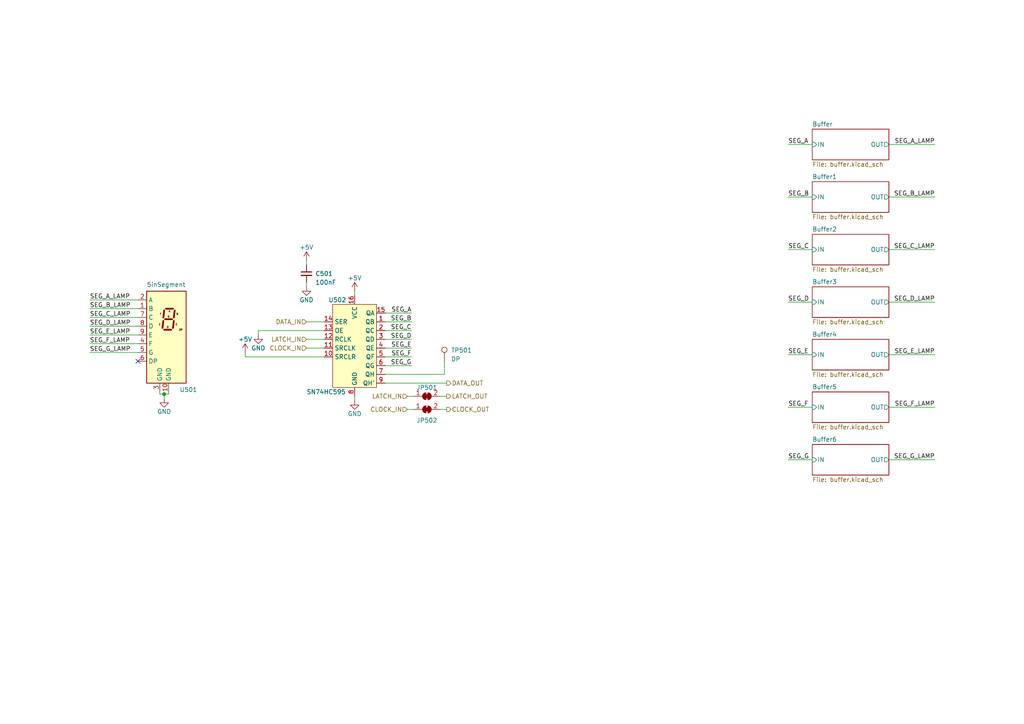
<source format=kicad_sch>
(kicad_sch (version 20211123) (generator eeschema)
  (paper "A4")
  (title_block (title "Days Without Incident Sign") (date "2022-06-24") (rev "${REVISION}") (company "FRC 1721") (comment 4 "Release: ${FULL_REVISION}"))
  (lib_symbols
    (symbol "Connector:TestPoint" (pin_numbers hide) (pin_names (offset 0.762) hide)
      (property "Reference" "TP" (at 0 6.858 0))
      (property "Value" "TestPoint" (at 0 5.08 0))
      (symbol "TestPoint_0_1"
        (circle (center 0 3.302) (radius 0.762))
      )
      (symbol "TestPoint_1_1"
        (pin passive line (at 0 0 90) (length 2.54) (name "1") (number "1"))
      )
    )
    (symbol "Device:C_Small" (pin_numbers hide) (pin_names (offset 0.254) hide)
      (property "Reference" "C" (at 0.254 1.778 0))
      (property "Value" "C_Small" (at 0.254 -2.032 0))
      (symbol "C_Small_0_1"
        (polyline (pts (xy -1.524 -0.508) (xy 1.524 -0.508)) (stroke (width 0.3302)))
        (polyline (pts (xy -1.524 0.508) (xy 1.524 0.508)) (stroke (width 0.3048)))
      )
      (symbol "C_Small_1_1"
        (pin passive line (at 0 2.54 270) (length 2.032) (name "~") (number "1"))
        (pin passive line (at 0 -2.54 90) (length 2.032) (name "~") (number "2"))
      )
    )
    (symbol "Jumper:SolderJumper_2_Bridged" (pin_names (offset 0) hide)
      (property "Reference" "JP" (at 0 2.032 0))
      (property "Value" "SolderJumper_2_Bridged" (at 0 -2.54 0))
      (symbol "SolderJumper_2_Bridged_0_1"
        (rectangle (start -0.508 0.508) (end 0.508 -0.508) (fill (type outline)))
        (arc (start -0.254 1.016) (mid -1.27 0) (end -0.254 -1.016))
        (arc (start -0.254 1.016) (mid -1.27 0) (end -0.254 -1.016) (fill (type outline)))
        (polyline (pts (xy -0.254 1.016) (xy -0.254 -1.016)))
        (polyline (pts (xy 0.254 1.016) (xy 0.254 -1.016)))
        (arc (start 0.254 -1.016) (mid 1.27 0) (end 0.254 1.016))
        (arc (start 0.254 -1.016) (mid 1.27 0) (end 0.254 1.016) (fill (type outline)))
      )
      (symbol "SolderJumper_2_Bridged_1_1"
        (pin passive line (at -3.81 0 0) (length 2.54) (name "A") (number "1"))
        (pin passive line (at 3.81 0 180) (length 2.54) (name "B") (number "2"))
      )
    )
    (symbol "KenwoodFox:5inSegment"
      (property "Reference" "U" (at -5.08 10.16 0))
      (property "Value" "5inSegment" (at 7.62 -19.05 0))
      (symbol "5inSegment_0_0"
        (text "A" (at 1.524 3.048 0) (effects (font (size 0.508 0.508))))
        (text "B" (at 3.81 2.286 0) (effects (font (size 0.508 0.508))))
        (text "C" (at 3.556 -0.762 0) (effects (font (size 0.508 0.508))))
        (text "D" (at 1.016 -1.524 0) (effects (font (size 0.508 0.508))))
        (text "DP" (at 4.826 -2.286 0) (effects (font (size 0.508 0.508))))
        (text "E" (at -1.27 -0.762 0) (effects (font (size 0.508 0.508))))
        (text "F" (at -1.016 2.286 0) (effects (font (size 0.508 0.508))))
        (text "G" (at 1.27 1.524 0) (effects (font (size 0.508 0.508))))
      )
      (symbol "5inSegment_0_1"
        (rectangle (start -5.08 8.89) (end 6.35 -17.78) (stroke (width 0.254)) (fill (type background)))
        (polyline (pts (xy -0.254 0.254) (xy -0.508 -1.778)) (stroke (width 0.508)))
        (polyline (pts (xy 0 -2.286) (xy 2.032 -2.286)) (stroke (width 0.508)))
        (polyline (pts (xy 0 3.302) (xy -0.254 1.27)) (stroke (width 0.508)))
        (polyline (pts (xy 0.254 0.762) (xy 2.286 0.762)) (stroke (width 0.508)))
        (polyline (pts (xy 0.508 3.81) (xy 2.54 3.81)) (stroke (width 0.508)))
        (polyline (pts (xy 2.794 0.254) (xy 2.54 -1.778)) (stroke (width 0.508)))
        (polyline (pts (xy 3.048 3.302) (xy 2.794 1.27)) (stroke (width 0.508)))
        (polyline (pts (xy 3.81 -2.286) (xy 3.81 -2.286)) (stroke (width 0.508)))
      )
      (symbol "5inSegment_1_1"
        (pin input line (at -7.62 3.81 0) (length 2.54) (name "B") (number "1"))
        (pin power_in line (at 1.27 -20.32 90) (length 2.54) (name "GND") (number "10"))
        (pin input line (at -7.62 6.35 0) (length 2.54) (name "A") (number "2"))
        (pin power_in line (at -1.27 -20.32 90) (length 2.54) (name "GND") (number "3"))
        (pin input line (at -7.62 -6.35 0) (length 2.54) (name "F") (number "4"))
        (pin input line (at -7.62 -8.89 0) (length 2.54) (name "G") (number "5"))
        (pin input line (at -7.62 -11.43 0) (length 2.54) (name "DP") (number "6"))
        (pin input line (at -7.62 1.27 0) (length 2.54) (name "C") (number "7"))
        (pin input line (at -7.62 -1.27 0) (length 2.54) (name "D") (number "8"))
        (pin input line (at -7.62 -3.81 0) (length 2.54) (name "E") (number "9"))
      )
    )
    (symbol "KenwoodFox:SN74HC595"
      (property "Reference" "U" (at -6.35 8.89 0))
      (property "Value" "SN74HC595" (at 7.62 -17.78 0))
      (symbol "SN74HC595_0_1"
        (rectangle (start -6.35 7.62) (end 6.35 -16.51) (fill (type background)))
      )
      (symbol "SN74HC595_1_1"
        (pin output line (at 8.89 2.54 180) (length 2.54) (name "QB") (number "1"))
        (pin input line (at -8.89 -7.62 0) (length 2.54) (name "SRCLR") (number "10"))
        (pin input line (at -8.89 -5.08 0) (length 2.54) (name "SRCLK") (number "11"))
        (pin input line (at -8.89 -2.54 0) (length 2.54) (name "RCLK") (number "12"))
        (pin input line (at -8.89 0 0) (length 2.54) (name "OE") (number "13"))
        (pin input line (at -8.89 2.54 0) (length 2.54) (name "SER") (number "14"))
        (pin output line (at 8.89 5.08 180) (length 2.54) (name "QA") (number "15"))
        (pin power_in line (at 0 10.16 270) (length 2.54) (name "VCC") (number "16"))
        (pin output line (at 8.89 0 180) (length 2.54) (name "QC") (number "2"))
        (pin output line (at 8.89 -2.54 180) (length 2.54) (name "QD") (number "3"))
        (pin output line (at 8.89 -5.08 180) (length 2.54) (name "QE") (number "4"))
        (pin output line (at 8.89 -7.62 180) (length 2.54) (name "QF") (number "5"))
        (pin output line (at 8.89 -10.16 180) (length 2.54) (name "QG") (number "6"))
        (pin output line (at 8.89 -12.7 180) (length 2.54) (name "QH") (number "7"))
        (pin power_in line (at 0 -19.05 90) (length 2.54) (name "GND") (number "8"))
        (pin output line (at 8.89 -15.24 180) (length 2.54) (name "QH'") (number "9"))
      )
    )
    (symbol "power:+5V" (power) (pin_names (offset 0))
      (property "Value" "+5V" (at 0 3.556 0))
      (symbol "+5V_0_1"
        (polyline (pts (xy -0.762 1.27) (xy 0 2.54)))
        (polyline (pts (xy 0 0) (xy 0 2.54)))
        (polyline (pts (xy 0 2.54) (xy 0.762 1.27)))
      )
      (symbol "+5V_1_1"
        (pin power_in line (at 0 0 90) (length 0) hide (name "+5V") (number "1"))
      )
    )
    (symbol "power:GND" (power) (pin_names (offset 0))
      (property "Value" "GND" (at 0 -3.81 0))
      (symbol "GND_0_1"
        (polyline (pts (xy 0 0) (xy 0 -1.27) (xy 1.27 -1.27) (xy 0 -2.54) (xy -1.27 -1.27) (xy 0 -1.27)))
      )
      (symbol "GND_1_1"
        (pin power_in line (at 0 0 270) (length 0) hide (name "GND") (number "1"))
      )
    )
  )
  (junction (at 47.625 114.3))
  (no_connect (at 40.005 104.775))
  (wire (pts (xy 26.035 86.995) (xy 40.005 86.995)))
  (wire (pts (xy 127.635 118.745) (xy 129.54 118.745)))
  (wire (pts (xy 119.38 93.345) (xy 111.76 93.345)))
  (wire (pts (xy 228.6 87.63) (xy 235.585 87.63)))
  (wire (pts (xy 228.6 133.35) (xy 235.585 133.35)))
  (wire (pts (xy 26.035 89.535) (xy 40.005 89.535)))
  (wire (pts (xy 119.38 90.805) (xy 111.76 90.805)))
  (wire (pts (xy 119.38 98.425) (xy 111.76 98.425)))
  (wire (pts (xy 127.635 114.935) (xy 129.54 114.935)))
  (wire (pts (xy 47.625 114.3) (xy 48.895 114.3)))
  (wire (pts (xy 88.9 75.565) (xy 88.9 76.835)))
  (wire (pts (xy 102.87 84.455) (xy 102.87 85.725)))
  (wire (pts (xy 119.38 100.965) (xy 111.76 100.965)))
  (wire (pts (xy 119.38 95.885) (xy 111.76 95.885)))
  (wire (pts (xy 257.81 87.63) (xy 271.145 87.63)))
  (wire (pts (xy 102.87 114.935) (xy 102.87 116.205)))
  (wire (pts (xy 118.11 118.745) (xy 120.015 118.745)))
  (wire (pts (xy 26.035 102.235) (xy 40.005 102.235)))
  (wire (pts (xy 47.625 114.3) (xy 47.625 115.57)))
  (wire (pts (xy 129.54 111.125) (xy 111.76 111.125)))
  (wire (pts (xy 46.355 113.665) (xy 46.355 114.3)))
  (wire (pts (xy 228.6 118.11) (xy 235.585 118.11)))
  (wire (pts (xy 71.12 103.505) (xy 93.98 103.505)))
  (wire (pts (xy 119.38 103.505) (xy 111.76 103.505)))
  (wire (pts (xy 257.81 133.35) (xy 271.145 133.35)))
  (wire (pts (xy 46.355 114.3) (xy 47.625 114.3)))
  (wire (pts (xy 26.035 94.615) (xy 40.005 94.615)))
  (wire (pts (xy 257.81 102.87) (xy 271.145 102.87)))
  (wire (pts (xy 74.93 95.885) (xy 74.93 97.155)))
  (wire (pts (xy 228.6 57.15) (xy 235.585 57.15)))
  (wire (pts (xy 88.9 93.345) (xy 93.98 93.345)))
  (wire (pts (xy 88.9 98.425) (xy 93.98 98.425)))
  (wire (pts (xy 257.81 41.91) (xy 271.145 41.91)))
  (wire (pts (xy 119.38 106.045) (xy 111.76 106.045)))
  (wire (pts (xy 111.76 108.585) (xy 128.905 108.585)))
  (wire (pts (xy 48.895 114.3) (xy 48.895 113.665)))
  (wire (pts (xy 257.81 57.15) (xy 271.145 57.15)))
  (wire (pts (xy 257.81 72.39) (xy 271.145 72.39)))
  (wire (pts (xy 257.81 118.11) (xy 271.145 118.11)))
  (wire (pts (xy 118.11 114.935) (xy 120.015 114.935)))
  (wire (pts (xy 26.035 99.695) (xy 40.005 99.695)))
  (wire (pts (xy 71.12 102.235) (xy 71.12 103.505)))
  (wire (pts (xy 88.9 83.185) (xy 88.9 81.915)))
  (wire (pts (xy 228.6 72.39) (xy 235.585 72.39)))
  (wire (pts (xy 26.035 97.155) (xy 40.005 97.155)))
  (wire (pts (xy 88.9 100.965) (xy 93.98 100.965)))
  (wire (pts (xy 128.905 108.585) (xy 128.905 104.775)))
  (wire (pts (xy 228.6 102.87) (xy 235.585 102.87)))
  (wire (pts (xy 228.6 41.91) (xy 235.585 41.91)))
  (wire (pts (xy 26.035 92.075) (xy 40.005 92.075)))
  (wire (pts (xy 93.98 95.885) (xy 74.93 95.885)))
  (label "SEG_B" (at 228.6 57.15 0))
  (label "SEG_A_LAMP" (at 271.145 41.91 180))
  (label "SEG_E_LAMP" (at 271.145 102.87 180))
  (label "SEG_F" (at 228.6 118.11 0))
  (label "SEG_F_LAMP" (at 26.035 99.695 0))
  (label "SEG_B" (at 119.38 93.345 180))
  (label "SEG_D_LAMP" (at 271.145 87.63 180))
  (label "SEG_A_LAMP" (at 26.035 86.995 0))
  (label "SEG_C" (at 228.6 72.39 0))
  (label "SEG_C_LAMP" (at 271.145 72.39 180))
  (label "SEG_F" (at 119.38 103.505 180))
  (label "SEG_F_LAMP" (at 271.145 118.11 180))
  (label "SEG_D" (at 119.38 98.425 180))
  (label "SEG_C_LAMP" (at 26.035 92.075 0))
  (label "SEG_E" (at 228.6 102.87 0))
  (label "SEG_G_LAMP" (at 271.145 133.35 180))
  (label "SEG_G" (at 228.6 133.35 0))
  (label "SEG_B_LAMP" (at 26.035 89.535 0))
  (label "SEG_D_LAMP" (at 26.035 94.615 0))
  (label "SEG_E" (at 119.38 100.965 180))
  (label "SEG_B_LAMP" (at 271.145 57.15 180))
  (label "SEG_G" (at 119.38 106.045 180))
  (label "SEG_G_LAMP" (at 26.035 102.235 0))
  (label "SEG_A" (at 228.6 41.91 0))
  (label "SEG_D" (at 228.6 87.63 0))
  (label "SEG_E_LAMP" (at 26.035 97.155 0))
  (label "SEG_A" (at 119.38 90.805 180))
  (label "SEG_C" (at 119.38 95.885 180))
  (hierarchical_label "DATA_IN" (shape input) (at 88.9 93.345 180))
  (hierarchical_label "CLOCK_OUT" (shape output) (at 129.54 118.745 0))
  (hierarchical_label "CLOCK_IN" (shape input) (at 88.9 100.965 180))
  (hierarchical_label "DATA_OUT" (shape output) (at 129.54 111.125 0))
  (hierarchical_label "LATCH_IN" (shape input) (at 88.9 98.425 180))
  (hierarchical_label "LATCH_IN" (shape input) (at 118.11 114.935 180))
  (hierarchical_label "CLOCK_IN" (shape input) (at 118.11 118.745 180))
  (hierarchical_label "LATCH_OUT" (shape output) (at 129.54 114.935 0))
  (symbol (lib_id "Jumper:SolderJumper_2_Bridged") (at 123.825 118.745 0) (unit 1)
    (property "Reference" "JP502" (at 123.825 121.92 0))
    (property "Value" "SolderJumper_2_Bridged" (effects hide))
    (property "Footprint" "Jumper:SolderJumper-2_P1.3mm_Bridged_Pad1.0x1.5mm" (effects hide))
  )
  (symbol (lib_id "KenwoodFox:5inSegment") (at 47.625 93.345 0) (unit 1)
    (property "Reference" "U501" (at 52.07 113.03 0) (effects (justify left)))
    (property "Value" "5inSegment" (at 42.545 82.55 0) (effects (justify left)))
    (property "Footprint" "KenwoodFox:5inSegment" (effects hide))
  )
  (symbol (lib_id "Jumper:SolderJumper_2_Bridged") (at 123.825 114.935 0) (unit 1)
    (property "Reference" "JP501" (at 123.825 112.395 0))
    (property "Value" "SolderJumper_2_Bridged" (effects hide))
    (property "Footprint" "Jumper:SolderJumper-2_P1.3mm_Bridged_Pad1.0x1.5mm" (effects hide))
  )
  (symbol (lib_id "KenwoodFox:SN74HC595") (at 102.87 95.885 0) (unit 1)
    (property "Reference" "U502" (at 95.25 86.995 0) (effects (justify left)))
    (property "Value" "SN74HC595" (at 88.9 113.665 0) (effects (justify left)))
    (property "Footprint" "KenwoodFox:SN74HC595" (effects hide))
  )
  (symbol (lib_id "power:GND") (at 102.87 116.205 0) (unit 1)
    (property "Reference" "#PWR0507" (effects hide))
    (property "Value" "GND" (at 102.87 120.015 0))
  )
  (symbol (lib_id "power:GND") (at 88.9 83.185 0) (unit 1)
    (property "Reference" "#PWR0505" (effects hide))
    (property "Value" "GND" (at 88.9 86.995 0))
  )
  (symbol (lib_id "power:+5V") (at 71.12 102.235 0) (unit 1)
    (property "Reference" "#PWR0502" (effects hide))
    (property "Value" "+5V" (at 71.12 98.425 0))
  )
  (symbol (lib_id "power:GND") (at 74.93 97.155 0) (unit 1)
    (property "Reference" "#PWR0503" (effects hide))
    (property "Value" "GND" (at 74.93 100.965 0))
  )
  (symbol (lib_id "power:+5V") (at 102.87 84.455 0) (unit 1)
    (property "Reference" "#PWR0506" (effects hide))
    (property "Value" "+5V" (at 102.87 80.645 0))
  )
  (symbol (lib_id "power:GND") (at 47.625 115.57 0) (unit 1)
    (property "Reference" "#PWR0501" (effects hide))
    (property "Value" "GND" (at 47.625 119.38 0))
  )
  (symbol (lib_id "power:+5V") (at 88.9 75.565 0) (unit 1)
    (property "Reference" "#PWR0504" (effects hide))
    (property "Value" "+5V" (at 88.9 71.755 0))
  )
  (symbol (lib_id "Connector:TestPoint") (at 128.905 104.775 0) (unit 1)
    (property "Reference" "TP501" (at 130.81 101.6 0) (effects (justify left)))
    (property "Value" "DP" (at 130.81 104.14 0) (effects (justify left)))
    (property "Footprint" "TestPoint:TestPoint_Pad_D1.5mm" (effects hide))
  )
  (symbol (lib_id "Device:C_Small") (at 88.9 79.375 0) (unit 1)
    (property "Reference" "C501" (at 91.44 79.375 0) (effects (justify left)))
    (property "Value" "100nF" (at 91.44 81.915 0) (effects (justify left)))
    (property "Footprint" "Capacitor_SMD:C_0805_2012Metric" (effects hide))
  )
  (sheet (at 235.585 37.465) (size 22.225 8.89) (stroke (width 0.1524))
    (property "Sheet name" "Buffer" (at 235.585 36.7534 0) (effects (justify left bottom)))
    (property "Sheet file" "buffer.kicad_sch" (at 235.585 46.9396 0) (effects (justify left top)))
    (pin "OUT" output (at 257.81 41.91 0))
    (pin "IN" input (at 235.585 41.91 180))
  )
  (sheet (at 235.585 113.665) (size 22.225 8.89) (stroke (width 0.1524))
    (property "Sheet name" "Buffer5" (at 235.585 112.9534 0) (effects (justify left bottom)))
    (property "Sheet file" "buffer.kicad_sch" (at 235.585 123.1396 0) (effects (justify left top)))
    (pin "OUT" output (at 257.81 118.11 0))
    (pin "IN" input (at 235.585 118.11 180))
  )
  (sheet (at 235.585 128.905) (size 22.225 8.89) (stroke (width 0.1524))
    (property "Sheet name" "Buffer6" (at 235.585 128.1934 0) (effects (justify left bottom)))
    (property "Sheet file" "buffer.kicad_sch" (at 235.585 138.3796 0) (effects (justify left top)))
    (pin "OUT" output (at 257.81 133.35 0))
    (pin "IN" input (at 235.585 133.35 180))
  )
  (sheet (at 235.585 52.705) (size 22.225 8.89) (stroke (width 0.1524))
    (property "Sheet name" "Buffer1" (at 235.585 51.9934 0) (effects (justify left bottom)))
    (property "Sheet file" "buffer.kicad_sch" (at 235.585 62.1796 0) (effects (justify left top)))
    (pin "OUT" output (at 257.81 57.15 0))
    (pin "IN" input (at 235.585 57.15 180))
  )
  (sheet (at 235.585 67.945) (size 22.225 8.89) (stroke (width 0.1524))
    (property "Sheet name" "Buffer2" (at 235.585 67.2334 0) (effects (justify left bottom)))
    (property "Sheet file" "buffer.kicad_sch" (at 235.585 77.4196 0) (effects (justify left top)))
    (pin "OUT" output (at 257.81 72.39 0))
    (pin "IN" input (at 235.585 72.39 180))
  )
  (sheet (at 235.585 98.425) (size 22.225 8.89) (stroke (width 0.1524))
    (property "Sheet name" "Buffer4" (at 235.585 97.7134 0) (effects (justify left bottom)))
    (property "Sheet file" "buffer.kicad_sch" (at 235.585 107.8996 0) (effects (justify left top)))
    (pin "OUT" output (at 257.81 102.87 0))
    (pin "IN" input (at 235.585 102.87 180))
  )
  (sheet (at 235.585 83.185) (size 22.225 8.89) (stroke (width 0.1524))
    (property "Sheet name" "Buffer3" (at 235.585 82.4734 0) (effects (justify left bottom)))
    (property "Sheet file" "buffer.kicad_sch" (at 235.585 92.6596 0) (effects (justify left top)))
    (pin "OUT" output (at 257.81 87.63 0))
    (pin "IN" input (at 235.585 87.63 180))
  )
)
</source>
